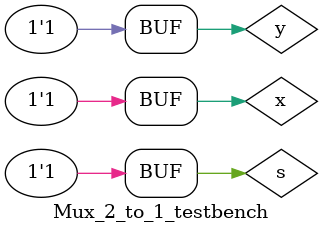
<source format=sv>
module Mux_2_to_1(input x,y,s, output o);
    assign o = s ? x : y;
endmodule

module Mux_2_to_1_testbench();
   reg s,x,y;
   wire o;

   Mux_2_to_1 DUT(s,x,y,o);
   initial begin
        s = 0;x = 0;y = 0; #10;
		  s = 1;x = 0;y = 0; #10;
		  s = 1;x = 0;y = 1; #10;
		  s = 0;x = 0;y = 1; #10;
		  s = 1;x = 1;y = 0; #10;
		  s = 0;x = 1;y = 0; #10;
		  s = 1;x = 1;y = 1; #10;
		  s = 1;x = 1;y = 1; #10;
   end

endmodule // Mux_5_to_1_testbench

</source>
